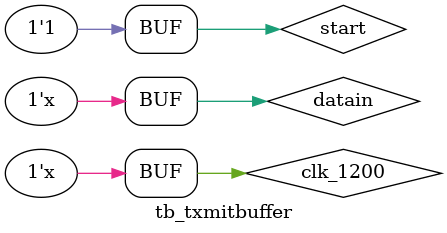
<source format=v>
/*	Author: bkeith
	
	File: tb_satcom.v
	Description: testbench for satcom.v and underlying submodules

	History: 	3/11/14	- started.
*/

`timescale 1ns / 1ps

module tb_txmitbuffer();

	parameter LATENCY = 2;

	// Inputs
	reg clk_1200;
	reg datain;
	reg start;
	reg rfd_tx;
	reg ack_tx;

	// Outputs
	wire tx_full;
	wire tx_empty;
	wire [7:0] dataout;
	wire dav_tx;
	wire ack;

	initial begin
	//	txbuf_clk = 0;
		clk_1200 = 1;
		datain = 1'b0;
		start = 1;
	end

	always
		#41667 clk_1200 = ~clk_1200;		// ~ 1200 Hz

	//always
	//	#2604	txbuf_clk = ~txbuf_clk;		// ~ 16*1200 Hz

	always begin
		datain = ~datain;					// 1200 b/sec
		#83333;
	end

	txmitbuffer #(.LATENCY(LATENCY)) M0 (clk_1200, datain, start, ack_tx, rfd_tx, tx_full, tx_empty, dataout, dav_tx, ack);

endmodule  
</source>
